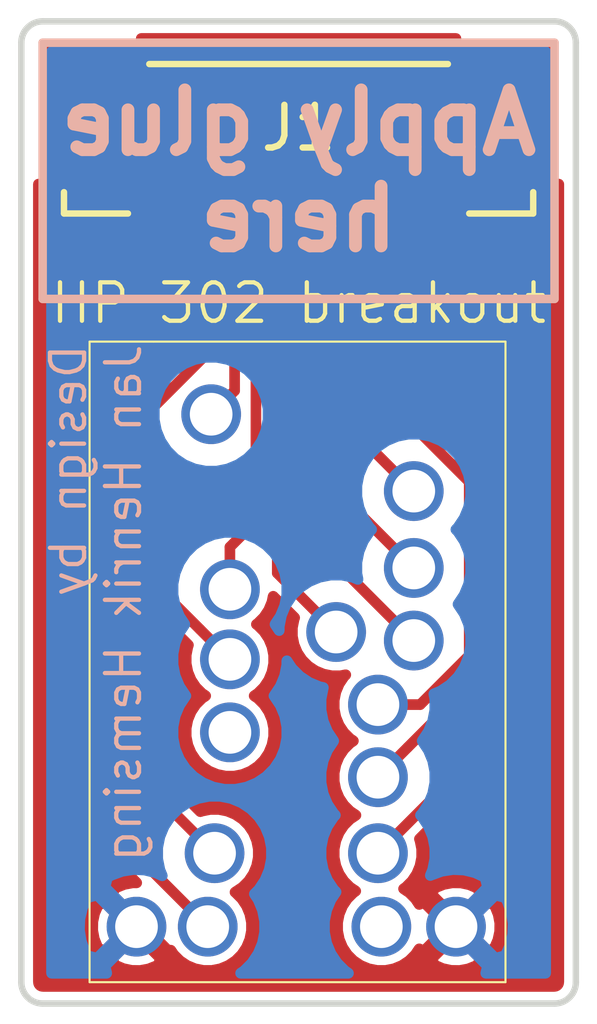
<source format=kicad_pcb>
(kicad_pcb (version 20171130) (host pcbnew "(6.0.0-rc1-dev-1-g01c5bdfb8)")

  (general
    (thickness 1.6)
    (drawings 15)
    (tracks 41)
    (zones 0)
    (modules 2)
    (nets 18)
  )

  (page A4)
  (layers
    (0 F.Cu signal)
    (31 B.Cu signal)
    (32 B.Adhes user)
    (33 F.Adhes user)
    (34 B.Paste user)
    (35 F.Paste user)
    (36 B.SilkS user)
    (37 F.SilkS user)
    (38 B.Mask user)
    (39 F.Mask user hide)
    (40 Dwgs.User user)
    (41 Cmts.User user)
    (42 Eco1.User user)
    (43 Eco2.User user)
    (44 Edge.Cuts user)
    (45 Margin user)
    (46 B.CrtYd user)
    (47 F.CrtYd user)
    (48 B.Fab user hide)
    (49 F.Fab user hide)
  )

  (setup
    (last_trace_width 0.25)
    (user_trace_width 0.4)
    (trace_clearance 0.2)
    (zone_clearance 0.2)
    (zone_45_only yes)
    (trace_min 0.2)
    (segment_width 0.2)
    (edge_width 0.15)
    (via_size 0.8)
    (via_drill 0.4)
    (via_min_size 0.4)
    (via_min_drill 0.3)
    (uvia_size 0.3)
    (uvia_drill 0.1)
    (uvias_allowed no)
    (uvia_min_size 0.2)
    (uvia_min_drill 0.1)
    (pcb_text_width 0.3)
    (pcb_text_size 1.5 1.5)
    (mod_edge_width 0.15)
    (mod_text_size 1 1)
    (mod_text_width 0.15)
    (pad_size 1.524 1.524)
    (pad_drill 0.762)
    (pad_to_mask_clearance 0.2)
    (aux_axis_origin 0 0)
    (visible_elements FFFFFF7F)
    (pcbplotparams
      (layerselection 0x010fc_ffffffff)
      (usegerberextensions true)
      (usegerberattributes true)
      (usegerberadvancedattributes false)
      (creategerberjobfile false)
      (excludeedgelayer false)
      (linewidth 0.100000)
      (plotframeref false)
      (viasonmask false)
      (mode 1)
      (useauxorigin false)
      (hpglpennumber 1)
      (hpglpenspeed 20)
      (hpglpendiameter 15.000000)
      (psnegative false)
      (psa4output false)
      (plotreference true)
      (plotvalue true)
      (plotinvisibletext false)
      (padsonsilk false)
      (subtractmaskfromsilk false)
      (outputformat 1)
      (mirror false)
      (drillshape 0)
      (scaleselection 1)
      (outputdirectory "gerber/"))
  )

  (net 0 "")
  (net 1 GND)
  (net 2 F3_HV)
  (net 3 D2)
  (net 4 D1)
  (net 5 S3)
  (net 6 DCLK_HV)
  (net 7 F5_HV)
  (net 8 CSYNC_HV)
  (net 9 D3)
  (net 10 S5)
  (net 11 S1)
  (net 12 S4)
  (net 13 S2)
  (net 14 "Net-(U1-PadTS)")
  (net 15 "Net-(U1-PadID)")
  (net 16 "Net-(J1-Pad2)")
  (net 17 "Net-(J1-Pad13)")

  (net_class Default "This is the default net class."
    (clearance 0.2)
    (trace_width 0.25)
    (via_dia 0.8)
    (via_drill 0.4)
    (uvia_dia 0.3)
    (uvia_drill 0.1)
    (add_net CSYNC_HV)
    (add_net D1)
    (add_net D2)
    (add_net D3)
    (add_net DCLK_HV)
    (add_net F3_HV)
    (add_net F5_HV)
    (add_net GND)
    (add_net "Net-(J1-Pad13)")
    (add_net "Net-(J1-Pad2)")
    (add_net "Net-(U1-PadID)")
    (add_net "Net-(U1-PadTS)")
    (add_net S1)
    (add_net S2)
    (add_net S3)
    (add_net S4)
    (add_net S5)
  )

  (module otter:C302_Printhead (layer F.Cu) (tedit 5C754DA4) (tstamp 5C8B9C19)
    (at 100.1 100)
    (path /5C7546DF)
    (fp_text reference U1 (at 1.5 -6.5) (layer F.SilkS) hide
      (effects (font (size 1 1) (thickness 0.15)))
    )
    (fp_text value C302_Printhead (at 0 -8.25) (layer F.Fab)
      (effects (font (size 1 1) (thickness 0.15)))
    )
    (fp_line (start -5 -7.5) (end -5 7.5) (layer F.SilkS) (width 0.05))
    (fp_line (start -3.5 -7.5) (end -5 -7.5) (layer F.SilkS) (width 0.05))
    (fp_line (start 4.75 -7.5) (end -3.5 -7.5) (layer F.SilkS) (width 0.05))
    (fp_line (start 4.75 7.5) (end 4.75 -7.5) (layer F.SilkS) (width 0.05))
    (fp_line (start -5 7.5) (end 4.75 7.5) (layer F.SilkS) (width 0.05))
    (pad GND thru_hole circle (at 3.59 6.2) (size 1.4 1.4) (drill 1) (layers *.Cu *.Mask)
      (net 1 GND))
    (pad ID thru_hole circle (at 1.84 6.2) (size 1.4 1.4) (drill 1) (layers *.Cu *.Mask)
      (net 15 "Net-(U1-PadID)"))
    (pad S2 thru_hole circle (at 1.76 4.48) (size 1.4 1.4) (drill 1) (layers *.Cu *.Mask)
      (net 13 S2))
    (pad S4 thru_hole circle (at 1.76 2.7) (size 1.4 1.4) (drill 1) (layers *.Cu *.Mask)
      (net 12 S4))
    (pad S1 thru_hole circle (at 1.76 1) (size 1.4 1.4) (drill 1) (layers *.Cu *.Mask)
      (net 11 S1))
    (pad PWRB thru_hole circle (at 0.78 -0.7) (size 1.4 1.4) (drill 1) (layers *.Cu *.Mask)
      (net 7 F5_HV))
    (pad CSYNC thru_hole circle (at 2.6 -0.5) (size 1.4 1.4) (drill 1) (layers *.Cu *.Mask)
      (net 8 CSYNC_HV))
    (pad D3 thru_hole circle (at 2.6 -2.2) (size 1.4 1.4) (drill 1) (layers *.Cu *.Mask)
      (net 9 D3))
    (pad S5 thru_hole circle (at 2.6 -4) (size 1.4 1.4) (drill 1) (layers *.Cu *.Mask)
      (net 10 S5))
    (pad S3 thru_hole circle (at -2.15 -5.8) (size 1.4 1.4) (drill 1) (layers *.Cu *.Mask)
      (net 5 S3))
    (pad DCLK thru_hole circle (at -1.71 -1.7) (size 1.4 1.4) (drill 1) (layers *.Cu *.Mask)
      (net 6 DCLK_HV))
    (pad D1 thru_hole circle (at -1.71 -0.06) (size 1.4 1.4) (drill 1) (layers *.Cu *.Mask)
      (net 4 D1))
    (pad TS thru_hole circle (at -1.71 1.65) (size 1.4 1.4) (drill 1) (layers *.Cu *.Mask)
      (net 14 "Net-(U1-PadTS)"))
    (pad D2 thru_hole circle (at -2.07 4.48) (size 1.4 1.4) (drill 1) (layers *.Cu *.Mask)
      (net 3 D2))
    (pad PWRA thru_hole circle (at -2.23 6.2) (size 1.4 1.4) (drill 1) (layers *.Cu *.Mask)
      (net 2 F3_HV))
    (pad GND thru_hole circle (at -3.9 6.2) (size 1.4 1.4) (drill 1) (layers *.Cu *.Mask)
      (net 1 GND))
  )

  (module otter:Generic_FPC_0.5mm_15pin (layer F.Cu) (tedit 5C754A8C) (tstamp 5C8B9C00)
    (at 100 88 180)
    (path /5C754E31)
    (fp_text reference J1 (at 0 0.5 180) (layer F.SilkS)
      (effects (font (size 1 1) (thickness 0.15)))
    )
    (fp_text value Conn_01x16 (at 0 -4.5 180) (layer F.Fab)
      (effects (font (size 1 1) (thickness 0.15)))
    )
    (fp_line (start -3.5 2) (end 3.5 2) (layer F.SilkS) (width 0.15))
    (fp_line (start -5.5 -1.5) (end -5.5 -1) (layer F.SilkS) (width 0.15))
    (fp_line (start -4 -1.5) (end -5.5 -1.5) (layer F.SilkS) (width 0.15))
    (fp_line (start 5.5 -1.5) (end 5.5 -1) (layer F.SilkS) (width 0.15))
    (fp_line (start 4 -1.5) (end 5.5 -1.5) (layer F.SilkS) (width 0.15))
    (pad MP smd rect (at 5 1 180) (size 2 3) (layers F.Cu F.Paste F.Mask))
    (pad MP smd rect (at -5 1 180) (size 2 3) (layers F.Cu F.Paste F.Mask))
    (pad 15 smd rect (at 3.5 -1.5 180) (size 0.3 1.45) (layers F.Cu F.Paste F.Mask)
      (net 2 F3_HV))
    (pad 14 smd rect (at 3 -1.5 180) (size 0.3 1.45) (layers F.Cu F.Paste F.Mask)
      (net 3 D2))
    (pad 13 smd rect (at 2.5 -1.5 180) (size 0.3 1.45) (layers F.Cu F.Paste F.Mask)
      (net 17 "Net-(J1-Pad13)"))
    (pad 12 smd rect (at 2 -1.5 180) (size 0.3 1.45) (layers F.Cu F.Paste F.Mask)
      (net 4 D1))
    (pad 11 smd rect (at 1.5 -1.5 180) (size 0.3 1.45) (layers F.Cu F.Paste F.Mask)
      (net 5 S3))
    (pad 10 smd rect (at 1 -1.5 180) (size 0.3 1.45) (layers F.Cu F.Paste F.Mask)
      (net 6 DCLK_HV))
    (pad 9 smd rect (at 0.5 -1.5 180) (size 0.3 1.45) (layers F.Cu F.Paste F.Mask)
      (net 7 F5_HV))
    (pad 8 smd rect (at 0 -1.5) (size 0.3 1.45) (layers F.Cu F.Paste F.Mask)
      (net 8 CSYNC_HV))
    (pad 7 smd rect (at -0.5 -1.5 180) (size 0.3 1.45) (layers F.Cu F.Paste F.Mask)
      (net 9 D3))
    (pad 6 smd rect (at -1 -1.5 180) (size 0.3 1.45) (layers F.Cu F.Paste F.Mask)
      (net 10 S5))
    (pad 5 smd rect (at -1.5 -1.5 180) (size 0.3 1.45) (layers F.Cu F.Paste F.Mask)
      (net 11 S1))
    (pad 4 smd rect (at -2 -1.5 180) (size 0.3 1.45) (layers F.Cu F.Paste F.Mask)
      (net 12 S4))
    (pad 3 smd rect (at -2.5 -1.5 180) (size 0.3 1.45) (layers F.Cu F.Paste F.Mask)
      (net 13 S2))
    (pad 2 smd rect (at -3 -1.5 180) (size 0.3 1.45) (layers F.Cu F.Paste F.Mask)
      (net 16 "Net-(J1-Pad2)"))
    (pad 1 smd rect (at -3.5 -1.5 180) (size 0.3 1.45) (layers F.Cu F.Paste F.Mask)
      (net 1 GND))
  )

  (gr_text "Design by \nJan Henrik Hemsing" (at 95.25 92.5 90) (layer B.SilkS)
    (effects (font (size 0.8 0.8) (thickness 0.1)) (justify left mirror))
  )
  (gr_line (start 94 91.5) (end 94 85.5) (layer B.SilkS) (width 0.2))
  (gr_line (start 106 91.5) (end 94 91.5) (layer B.SilkS) (width 0.2))
  (gr_line (start 106 85.5) (end 106 91.5) (layer B.SilkS) (width 0.2))
  (gr_line (start 94 85.5) (end 106 85.5) (layer B.SilkS) (width 0.2))
  (gr_text "HP 302 breakout" (at 100 91.6) (layer F.SilkS)
    (effects (font (size 0.9 0.9) (thickness 0.1)))
  )
  (gr_text "Apply glue\nhere" (at 100 88.5) (layer B.SilkS)
    (effects (font (size 1.4 1.4) (thickness 0.3)) (justify mirror))
  )
  (gr_arc (start 94 85.5) (end 94 85) (angle -90) (layer Edge.Cuts) (width 0.15))
  (gr_arc (start 106 85.5) (end 106.5 85.5) (angle -90) (layer Edge.Cuts) (width 0.15))
  (gr_arc (start 106 107.5) (end 106 108) (angle -90) (layer Edge.Cuts) (width 0.15))
  (gr_arc (start 94 107.5) (end 93.5 107.5) (angle -90) (layer Edge.Cuts) (width 0.15))
  (gr_line (start 93.5 107.5) (end 93.5 85.5) (layer Edge.Cuts) (width 0.15))
  (gr_line (start 106 108) (end 94 108) (layer Edge.Cuts) (width 0.15))
  (gr_line (start 106.5 85.5) (end 106.5 107.5) (layer Edge.Cuts) (width 0.15))
  (gr_line (start 94 85) (end 106 85) (layer Edge.Cuts) (width 0.15))

  (segment (start 96.5 92.860178) (end 95.5 93.860178) (width 0.25) (layer F.Cu) (net 2))
  (segment (start 96.5 89.5) (end 96.5 92.860178) (width 0.25) (layer F.Cu) (net 2))
  (segment (start 95.5 103.83) (end 97.87 106.2) (width 0.25) (layer F.Cu) (net 2))
  (segment (start 95.5 93.860178) (end 95.5 103.83) (width 0.25) (layer F.Cu) (net 2))
  (segment (start 97 92.996588) (end 96 93.996588) (width 0.25) (layer F.Cu) (net 3))
  (segment (start 97 89.5) (end 97 92.996588) (width 0.25) (layer F.Cu) (net 3))
  (segment (start 96 102.45) (end 98.03 104.48) (width 0.25) (layer F.Cu) (net 3))
  (segment (start 96 93.996588) (end 96 102.45) (width 0.25) (layer F.Cu) (net 3))
  (segment (start 96.5 94.132998) (end 96.5 98.05) (width 0.25) (layer F.Cu) (net 4))
  (segment (start 96.5 98.05) (end 97.690001 99.240001) (width 0.25) (layer F.Cu) (net 4))
  (segment (start 97.690001 99.240001) (end 98.39 99.94) (width 0.25) (layer F.Cu) (net 4))
  (segment (start 98 92.632998) (end 96.5 94.132998) (width 0.25) (layer F.Cu) (net 4))
  (segment (start 98 89.5) (end 98 92.632998) (width 0.25) (layer F.Cu) (net 4))
  (segment (start 98.5 93.65) (end 97.95 94.2) (width 0.25) (layer F.Cu) (net 5))
  (segment (start 98.5 89.5) (end 98.5 93.65) (width 0.25) (layer F.Cu) (net 5))
  (segment (start 99 96.700051) (end 99 90.475) (width 0.25) (layer F.Cu) (net 6))
  (segment (start 98.39 98.3) (end 98.39 97.310051) (width 0.25) (layer F.Cu) (net 6))
  (segment (start 98.39 97.310051) (end 99 96.700051) (width 0.25) (layer F.Cu) (net 6))
  (segment (start 99 90.475) (end 99 89.5) (width 0.25) (layer F.Cu) (net 6))
  (segment (start 99.5 97.92) (end 100.88 99.3) (width 0.25) (layer F.Cu) (net 7))
  (segment (start 99.5 89.5) (end 99.5 97.92) (width 0.25) (layer F.Cu) (net 7))
  (segment (start 100 96.8) (end 102.7 99.5) (width 0.25) (layer F.Cu) (net 8))
  (segment (start 100 89.5) (end 100 96.8) (width 0.25) (layer F.Cu) (net 8))
  (segment (start 100.5 95.6) (end 102.7 97.8) (width 0.25) (layer F.Cu) (net 9))
  (segment (start 100.5 89.5) (end 100.5 95.6) (width 0.25) (layer F.Cu) (net 9))
  (segment (start 101 94.3) (end 102.7 96) (width 0.25) (layer F.Cu) (net 10))
  (segment (start 101 89.5) (end 101 94.3) (width 0.25) (layer F.Cu) (net 10))
  (segment (start 104 95.782997) (end 104 99.849949) (width 0.25) (layer F.Cu) (net 11))
  (segment (start 104 99.849949) (end 102.849949 101) (width 0.25) (layer F.Cu) (net 11))
  (segment (start 101.5 93.282997) (end 104 95.782997) (width 0.25) (layer F.Cu) (net 11))
  (segment (start 101.5 89.5) (end 101.5 93.282997) (width 0.25) (layer F.Cu) (net 11))
  (segment (start 102.849949 101) (end 101.86 101) (width 0.25) (layer F.Cu) (net 11))
  (segment (start 102 89.5) (end 102 93.146586) (width 0.25) (layer F.Cu) (net 12))
  (segment (start 104.5 95.646586) (end 104.5 100.06) (width 0.25) (layer F.Cu) (net 12))
  (segment (start 102.559999 102.000001) (end 101.86 102.7) (width 0.25) (layer F.Cu) (net 12))
  (segment (start 102 93.146586) (end 104.5 95.646586) (width 0.25) (layer F.Cu) (net 12))
  (segment (start 104.5 100.06) (end 102.559999 102.000001) (width 0.25) (layer F.Cu) (net 12))
  (segment (start 105 101.34) (end 101.86 104.48) (width 0.25) (layer F.Cu) (net 13))
  (segment (start 105 95.510176) (end 105 101.34) (width 0.25) (layer F.Cu) (net 13))
  (segment (start 102.5 89.5) (end 102.5 93.010176) (width 0.25) (layer F.Cu) (net 13))
  (segment (start 102.5 93.010176) (end 105 95.510176) (width 0.25) (layer F.Cu) (net 13))

  (zone (net 1) (net_name GND) (layer F.Cu) (tstamp 5C8BC939) (hatch edge 0.508)
    (connect_pads (clearance 0.2))
    (min_thickness 0.254)
    (fill yes (arc_segments 32) (thermal_gap 0.2) (thermal_bridge_width 0.508) (smoothing fillet))
    (polygon
      (pts
        (xy 93 108) (xy 93.5 108.5) (xy 106.5 108.5) (xy 107 108) (xy 107 85)
        (xy 106.5 84.5) (xy 93.5 84.5) (xy 93 85)
      )
    )
    (filled_polygon
      (pts
        (xy 103.677732 85.435897) (xy 103.671418 85.5) (xy 103.671418 88.448) (xy 103.65675 88.448) (xy 103.575 88.52975)
        (xy 103.575 89.373) (xy 103.89525 89.373) (xy 103.977 89.29125) (xy 103.977 88.826317) (xy 104 88.828582)
        (xy 106 88.828582) (xy 106.064103 88.822268) (xy 106.098 88.811986) (xy 106.098001 107.480325) (xy 106.094242 107.518663)
        (xy 106.088824 107.536609) (xy 106.080021 107.553166) (xy 106.068171 107.567695) (xy 106.053722 107.579648) (xy 106.037227 107.588567)
        (xy 106.019319 107.59411) (xy 105.982308 107.598) (xy 94.019665 107.598) (xy 93.981337 107.594242) (xy 93.963391 107.588824)
        (xy 93.946834 107.580021) (xy 93.932305 107.568171) (xy 93.920352 107.553722) (xy 93.911433 107.537227) (xy 93.90589 107.519319)
        (xy 93.902 107.482308) (xy 93.902 106.955681) (xy 95.623924 106.955681) (xy 95.70078 107.103183) (xy 95.886575 107.183222)
        (xy 96.084415 107.225476) (xy 96.286696 107.228321) (xy 96.485646 107.191648) (xy 96.673618 107.116866) (xy 96.69922 107.103183)
        (xy 96.776076 106.955681) (xy 96.2 106.379605) (xy 95.623924 106.955681) (xy 93.902 106.955681) (xy 93.902 106.286696)
        (xy 95.171679 106.286696) (xy 95.208352 106.485646) (xy 95.283134 106.673618) (xy 95.296817 106.69922) (xy 95.444319 106.776076)
        (xy 96.020395 106.2) (xy 95.444319 105.623924) (xy 95.296817 105.70078) (xy 95.216778 105.886575) (xy 95.174524 106.084415)
        (xy 95.171679 106.286696) (xy 93.902 106.286696) (xy 93.902 88.811986) (xy 93.935897 88.822268) (xy 94 88.828582)
        (xy 96 88.828582) (xy 96.021418 88.826472) (xy 96.021418 90.225) (xy 96.027732 90.289103) (xy 96.04643 90.350743)
        (xy 96.048 90.353681) (xy 96.048001 92.672953) (xy 95.1961 93.524855) (xy 95.178841 93.539019) (xy 95.122357 93.607846)
        (xy 95.084426 93.678811) (xy 95.080386 93.686369) (xy 95.05454 93.771571) (xy 95.045813 93.860178) (xy 95.048 93.882383)
        (xy 95.048001 103.807785) (xy 95.045813 103.83) (xy 95.05454 103.918607) (xy 95.080386 104.003809) (xy 95.080387 104.00381)
        (xy 95.122358 104.082333) (xy 95.178842 104.151159) (xy 95.196096 104.165319) (xy 96.203727 105.172951) (xy 96.113304 105.171679)
        (xy 95.914354 105.208352) (xy 95.726382 105.283134) (xy 95.70078 105.296817) (xy 95.623924 105.444319) (xy 96.2 106.020395)
        (xy 96.214143 106.006253) (xy 96.393748 106.185858) (xy 96.379605 106.2) (xy 96.955681 106.776076) (xy 97.003212 106.75131)
        (xy 97.072277 106.854674) (xy 97.215326 106.997723) (xy 97.383533 107.110115) (xy 97.570435 107.187533) (xy 97.768849 107.227)
        (xy 97.971151 107.227) (xy 98.169565 107.187533) (xy 98.356467 107.110115) (xy 98.524674 106.997723) (xy 98.667723 106.854674)
        (xy 98.780115 106.686467) (xy 98.857533 106.499565) (xy 98.897 106.301151) (xy 98.897 106.098849) (xy 98.857533 105.900435)
        (xy 98.780115 105.713533) (xy 98.667723 105.545326) (xy 98.524674 105.402277) (xy 98.510297 105.392671) (xy 98.516467 105.390115)
        (xy 98.684674 105.277723) (xy 98.827723 105.134674) (xy 98.940115 104.966467) (xy 99.017533 104.779565) (xy 99.057 104.581151)
        (xy 99.057 104.378849) (xy 99.017533 104.180435) (xy 98.940115 103.993533) (xy 98.827723 103.825326) (xy 98.684674 103.682277)
        (xy 98.516467 103.569885) (xy 98.329565 103.492467) (xy 98.131151 103.453) (xy 97.928849 103.453) (xy 97.730435 103.492467)
        (xy 97.695968 103.506744) (xy 96.452 102.262777) (xy 96.452 98.641223) (xy 97.38609 99.575314) (xy 97.386095 99.575318)
        (xy 97.416744 99.605967) (xy 97.402467 99.640435) (xy 97.363 99.838849) (xy 97.363 100.041151) (xy 97.402467 100.239565)
        (xy 97.479885 100.426467) (xy 97.592277 100.594674) (xy 97.735326 100.737723) (xy 97.821047 100.795) (xy 97.735326 100.852277)
        (xy 97.592277 100.995326) (xy 97.479885 101.163533) (xy 97.402467 101.350435) (xy 97.363 101.548849) (xy 97.363 101.751151)
        (xy 97.402467 101.949565) (xy 97.479885 102.136467) (xy 97.592277 102.304674) (xy 97.735326 102.447723) (xy 97.903533 102.560115)
        (xy 98.090435 102.637533) (xy 98.288849 102.677) (xy 98.491151 102.677) (xy 98.689565 102.637533) (xy 98.876467 102.560115)
        (xy 99.044674 102.447723) (xy 99.187723 102.304674) (xy 99.300115 102.136467) (xy 99.377533 101.949565) (xy 99.417 101.751151)
        (xy 99.417 101.548849) (xy 99.377533 101.350435) (xy 99.300115 101.163533) (xy 99.187723 100.995326) (xy 99.044674 100.852277)
        (xy 98.958953 100.795) (xy 99.044674 100.737723) (xy 99.187723 100.594674) (xy 99.300115 100.426467) (xy 99.377533 100.239565)
        (xy 99.417 100.041151) (xy 99.417 99.838849) (xy 99.377533 99.640435) (xy 99.300115 99.453533) (xy 99.187723 99.285326)
        (xy 99.044674 99.142277) (xy 99.011334 99.12) (xy 99.044674 99.097723) (xy 99.187723 98.954674) (xy 99.300115 98.786467)
        (xy 99.377533 98.599565) (xy 99.404545 98.463768) (xy 99.906744 98.965968) (xy 99.892467 99.000435) (xy 99.853 99.198849)
        (xy 99.853 99.401151) (xy 99.892467 99.599565) (xy 99.969885 99.786467) (xy 100.082277 99.954674) (xy 100.225326 100.097723)
        (xy 100.393533 100.210115) (xy 100.580435 100.287533) (xy 100.778849 100.327) (xy 100.981151 100.327) (xy 101.105297 100.302306)
        (xy 101.062277 100.345326) (xy 100.949885 100.513533) (xy 100.872467 100.700435) (xy 100.833 100.898849) (xy 100.833 101.101151)
        (xy 100.872467 101.299565) (xy 100.949885 101.486467) (xy 101.062277 101.654674) (xy 101.205326 101.797723) (xy 101.283564 101.85)
        (xy 101.205326 101.902277) (xy 101.062277 102.045326) (xy 100.949885 102.213533) (xy 100.872467 102.400435) (xy 100.833 102.598849)
        (xy 100.833 102.801151) (xy 100.872467 102.999565) (xy 100.949885 103.186467) (xy 101.062277 103.354674) (xy 101.205326 103.497723)
        (xy 101.343429 103.59) (xy 101.205326 103.682277) (xy 101.062277 103.825326) (xy 100.949885 103.993533) (xy 100.872467 104.180435)
        (xy 100.833 104.378849) (xy 100.833 104.581151) (xy 100.872467 104.779565) (xy 100.949885 104.966467) (xy 101.062277 105.134674)
        (xy 101.205326 105.277723) (xy 101.33853 105.366727) (xy 101.285326 105.402277) (xy 101.142277 105.545326) (xy 101.029885 105.713533)
        (xy 100.952467 105.900435) (xy 100.913 106.098849) (xy 100.913 106.301151) (xy 100.952467 106.499565) (xy 101.029885 106.686467)
        (xy 101.142277 106.854674) (xy 101.285326 106.997723) (xy 101.453533 107.110115) (xy 101.640435 107.187533) (xy 101.838849 107.227)
        (xy 102.041151 107.227) (xy 102.239565 107.187533) (xy 102.426467 107.110115) (xy 102.594674 106.997723) (xy 102.636716 106.955681)
        (xy 103.113924 106.955681) (xy 103.19078 107.103183) (xy 103.376575 107.183222) (xy 103.574415 107.225476) (xy 103.776696 107.228321)
        (xy 103.975646 107.191648) (xy 104.163618 107.116866) (xy 104.18922 107.103183) (xy 104.266076 106.955681) (xy 103.69 106.379605)
        (xy 103.113924 106.955681) (xy 102.636716 106.955681) (xy 102.737723 106.854674) (xy 102.827448 106.720391) (xy 102.934319 106.776076)
        (xy 103.510395 106.2) (xy 103.869605 106.2) (xy 104.445681 106.776076) (xy 104.593183 106.69922) (xy 104.673222 106.513425)
        (xy 104.715476 106.315585) (xy 104.718321 106.113304) (xy 104.681648 105.914354) (xy 104.606866 105.726382) (xy 104.593183 105.70078)
        (xy 104.445681 105.623924) (xy 103.869605 106.2) (xy 103.510395 106.2) (xy 102.934319 105.623924) (xy 102.827448 105.679609)
        (xy 102.737723 105.545326) (xy 102.636716 105.444319) (xy 103.113924 105.444319) (xy 103.69 106.020395) (xy 104.266076 105.444319)
        (xy 104.18922 105.296817) (xy 104.003425 105.216778) (xy 103.805585 105.174524) (xy 103.603304 105.171679) (xy 103.404354 105.208352)
        (xy 103.216382 105.283134) (xy 103.19078 105.296817) (xy 103.113924 105.444319) (xy 102.636716 105.444319) (xy 102.594674 105.402277)
        (xy 102.46147 105.313273) (xy 102.514674 105.277723) (xy 102.657723 105.134674) (xy 102.770115 104.966467) (xy 102.847533 104.779565)
        (xy 102.887 104.581151) (xy 102.887 104.378849) (xy 102.847533 104.180435) (xy 102.833256 104.145967) (xy 105.303905 101.675319)
        (xy 105.321159 101.661159) (xy 105.377643 101.592333) (xy 105.419614 101.51381) (xy 105.427908 101.486467) (xy 105.44546 101.428608)
        (xy 105.454187 101.34) (xy 105.452 101.317795) (xy 105.452 95.532381) (xy 105.454187 95.510176) (xy 105.44546 95.421568)
        (xy 105.419614 95.336366) (xy 105.381301 95.264687) (xy 105.377643 95.257843) (xy 105.321159 95.189017) (xy 105.303906 95.174858)
        (xy 102.952 92.822953) (xy 102.952 90.553582) (xy 103.15 90.553582) (xy 103.214103 90.547268) (xy 103.248408 90.536862)
        (xy 103.254617 90.539434) (xy 103.317793 90.552) (xy 103.34325 90.552) (xy 103.425 90.47025) (xy 103.425 90.404194)
        (xy 103.45357 90.350743) (xy 103.472268 90.289103) (xy 103.478582 90.225) (xy 103.478582 89.627) (xy 103.575 89.627)
        (xy 103.575 90.47025) (xy 103.65675 90.552) (xy 103.682207 90.552) (xy 103.745383 90.539434) (xy 103.804893 90.514784)
        (xy 103.858451 90.478997) (xy 103.903998 90.43345) (xy 103.939784 90.379892) (xy 103.964434 90.320382) (xy 103.977 90.257206)
        (xy 103.977 89.70875) (xy 103.89525 89.627) (xy 103.575 89.627) (xy 103.478582 89.627) (xy 103.478582 88.775)
        (xy 103.472268 88.710897) (xy 103.45357 88.649257) (xy 103.425 88.595806) (xy 103.425 88.52975) (xy 103.34325 88.448)
        (xy 103.317793 88.448) (xy 103.254617 88.460566) (xy 103.248408 88.463138) (xy 103.214103 88.452732) (xy 103.15 88.446418)
        (xy 102.85 88.446418) (xy 102.785897 88.452732) (xy 102.75 88.463621) (xy 102.714103 88.452732) (xy 102.65 88.446418)
        (xy 102.35 88.446418) (xy 102.285897 88.452732) (xy 102.25 88.463621) (xy 102.214103 88.452732) (xy 102.15 88.446418)
        (xy 101.85 88.446418) (xy 101.785897 88.452732) (xy 101.75 88.463621) (xy 101.714103 88.452732) (xy 101.65 88.446418)
        (xy 101.35 88.446418) (xy 101.285897 88.452732) (xy 101.25 88.463621) (xy 101.214103 88.452732) (xy 101.15 88.446418)
        (xy 100.85 88.446418) (xy 100.785897 88.452732) (xy 100.75 88.463621) (xy 100.714103 88.452732) (xy 100.65 88.446418)
        (xy 100.35 88.446418) (xy 100.285897 88.452732) (xy 100.25 88.463621) (xy 100.214103 88.452732) (xy 100.15 88.446418)
        (xy 99.85 88.446418) (xy 99.785897 88.452732) (xy 99.75 88.463621) (xy 99.714103 88.452732) (xy 99.65 88.446418)
        (xy 99.35 88.446418) (xy 99.285897 88.452732) (xy 99.25 88.463621) (xy 99.214103 88.452732) (xy 99.15 88.446418)
        (xy 98.85 88.446418) (xy 98.785897 88.452732) (xy 98.75 88.463621) (xy 98.714103 88.452732) (xy 98.65 88.446418)
        (xy 98.35 88.446418) (xy 98.285897 88.452732) (xy 98.25 88.463621) (xy 98.214103 88.452732) (xy 98.15 88.446418)
        (xy 97.85 88.446418) (xy 97.785897 88.452732) (xy 97.75 88.463621) (xy 97.714103 88.452732) (xy 97.65 88.446418)
        (xy 97.35 88.446418) (xy 97.285897 88.452732) (xy 97.25 88.463621) (xy 97.214103 88.452732) (xy 97.15 88.446418)
        (xy 96.85 88.446418) (xy 96.785897 88.452732) (xy 96.75 88.463621) (xy 96.714103 88.452732) (xy 96.65 88.446418)
        (xy 96.35 88.446418) (xy 96.328582 88.448528) (xy 96.328582 85.5) (xy 96.322268 85.435897) (xy 96.311986 85.402)
        (xy 103.688014 85.402)
      )
    )
  )
  (zone (net 1) (net_name GND) (layer B.Cu) (tstamp 5C8BC936) (hatch edge 0.508)
    (connect_pads (clearance 0.508))
    (min_thickness 0.254)
    (fill yes (arc_segments 32) (thermal_gap 0.508) (thermal_bridge_width 0.508) (smoothing fillet))
    (polygon
      (pts
        (xy 93 108) (xy 93.5 108.5) (xy 106.5 108.5) (xy 107 108) (xy 107 85)
        (xy 106.5 84.5) (xy 93.5 84.5) (xy 93 85)
      )
    )
    (filled_polygon
      (pts
        (xy 105.790001 107.29) (xy 104.388746 107.29) (xy 104.431664 107.121269) (xy 103.69 106.379605) (xy 103.675858 106.393748)
        (xy 103.496253 106.214143) (xy 103.510395 106.2) (xy 103.869605 106.2) (xy 104.611269 106.941664) (xy 104.845037 106.882203)
        (xy 104.955934 106.643758) (xy 105.018183 106.38826) (xy 105.02939 106.125527) (xy 104.989125 105.865656) (xy 104.898935 105.618634)
        (xy 104.845037 105.517797) (xy 104.611269 105.458336) (xy 103.869605 106.2) (xy 103.510395 106.2) (xy 103.496253 106.185858)
        (xy 103.675858 106.006253) (xy 103.69 106.020395) (xy 104.431664 105.278731) (xy 104.372203 105.044963) (xy 104.133758 104.934066)
        (xy 103.87826 104.871817) (xy 103.615527 104.86061) (xy 103.355656 104.900875) (xy 103.108634 104.991065) (xy 103.088943 105.00159)
        (xy 103.143696 104.869405) (xy 103.195 104.611486) (xy 103.195 104.348514) (xy 103.143696 104.090595) (xy 103.043061 103.847641)
        (xy 102.896962 103.628987) (xy 102.857975 103.59) (xy 102.896962 103.551013) (xy 103.043061 103.332359) (xy 103.143696 103.089405)
        (xy 103.195 102.831486) (xy 103.195 102.568514) (xy 103.143696 102.310595) (xy 103.043061 102.067641) (xy 102.897639 101.85)
        (xy 103.043061 101.632359) (xy 103.143696 101.389405) (xy 103.195 101.131486) (xy 103.195 100.868514) (xy 103.171375 100.749743)
        (xy 103.332359 100.683061) (xy 103.551013 100.536962) (xy 103.736962 100.351013) (xy 103.883061 100.132359) (xy 103.983696 99.889405)
        (xy 104.035 99.631486) (xy 104.035 99.368514) (xy 103.983696 99.110595) (xy 103.883061 98.867641) (xy 103.737639 98.65)
        (xy 103.883061 98.432359) (xy 103.983696 98.189405) (xy 104.035 97.931486) (xy 104.035 97.668514) (xy 103.983696 97.410595)
        (xy 103.883061 97.167641) (xy 103.736962 96.948987) (xy 103.687975 96.9) (xy 103.736962 96.851013) (xy 103.883061 96.632359)
        (xy 103.983696 96.389405) (xy 104.035 96.131486) (xy 104.035 95.868514) (xy 103.983696 95.610595) (xy 103.883061 95.367641)
        (xy 103.736962 95.148987) (xy 103.551013 94.963038) (xy 103.332359 94.816939) (xy 103.089405 94.716304) (xy 102.831486 94.665)
        (xy 102.568514 94.665) (xy 102.310595 94.716304) (xy 102.067641 94.816939) (xy 101.848987 94.963038) (xy 101.663038 95.148987)
        (xy 101.516939 95.367641) (xy 101.416304 95.610595) (xy 101.365 95.868514) (xy 101.365 96.131486) (xy 101.416304 96.389405)
        (xy 101.516939 96.632359) (xy 101.663038 96.851013) (xy 101.712025 96.9) (xy 101.663038 96.948987) (xy 101.516939 97.167641)
        (xy 101.416304 97.410595) (xy 101.365 97.668514) (xy 101.365 97.931486) (xy 101.39197 98.067072) (xy 101.269405 98.016304)
        (xy 101.011486 97.965) (xy 100.748514 97.965) (xy 100.490595 98.016304) (xy 100.247641 98.116939) (xy 100.028987 98.263038)
        (xy 99.843038 98.448987) (xy 99.696939 98.667641) (xy 99.596304 98.910595) (xy 99.545 99.168514) (xy 99.545 99.265644)
        (xy 99.447684 99.12) (xy 99.573061 98.932359) (xy 99.673696 98.689405) (xy 99.725 98.431486) (xy 99.725 98.168514)
        (xy 99.673696 97.910595) (xy 99.573061 97.667641) (xy 99.426962 97.448987) (xy 99.241013 97.263038) (xy 99.022359 97.116939)
        (xy 98.779405 97.016304) (xy 98.521486 96.965) (xy 98.258514 96.965) (xy 98.000595 97.016304) (xy 97.757641 97.116939)
        (xy 97.538987 97.263038) (xy 97.353038 97.448987) (xy 97.206939 97.667641) (xy 97.106304 97.910595) (xy 97.055 98.168514)
        (xy 97.055 98.431486) (xy 97.106304 98.689405) (xy 97.206939 98.932359) (xy 97.332316 99.12) (xy 97.206939 99.307641)
        (xy 97.106304 99.550595) (xy 97.055 99.808514) (xy 97.055 100.071486) (xy 97.106304 100.329405) (xy 97.206939 100.572359)
        (xy 97.353038 100.791013) (xy 97.357025 100.795) (xy 97.353038 100.798987) (xy 97.206939 101.017641) (xy 97.106304 101.260595)
        (xy 97.055 101.518514) (xy 97.055 101.781486) (xy 97.106304 102.039405) (xy 97.206939 102.282359) (xy 97.353038 102.501013)
        (xy 97.538987 102.686962) (xy 97.757641 102.833061) (xy 98.000595 102.933696) (xy 98.258514 102.985) (xy 98.521486 102.985)
        (xy 98.779405 102.933696) (xy 99.022359 102.833061) (xy 99.241013 102.686962) (xy 99.426962 102.501013) (xy 99.573061 102.282359)
        (xy 99.673696 102.039405) (xy 99.725 101.781486) (xy 99.725 101.518514) (xy 99.673696 101.260595) (xy 99.573061 101.017641)
        (xy 99.426962 100.798987) (xy 99.422975 100.795) (xy 99.426962 100.791013) (xy 99.573061 100.572359) (xy 99.673696 100.329405)
        (xy 99.725 100.071486) (xy 99.725 99.974356) (xy 99.843038 100.151013) (xy 100.028987 100.336962) (xy 100.247641 100.483061)
        (xy 100.490595 100.583696) (xy 100.580074 100.601495) (xy 100.576304 100.610595) (xy 100.525 100.868514) (xy 100.525 101.131486)
        (xy 100.576304 101.389405) (xy 100.676939 101.632359) (xy 100.822361 101.85) (xy 100.676939 102.067641) (xy 100.576304 102.310595)
        (xy 100.525 102.568514) (xy 100.525 102.831486) (xy 100.576304 103.089405) (xy 100.676939 103.332359) (xy 100.823038 103.551013)
        (xy 100.862025 103.59) (xy 100.823038 103.628987) (xy 100.676939 103.847641) (xy 100.576304 104.090595) (xy 100.525 104.348514)
        (xy 100.525 104.611486) (xy 100.576304 104.869405) (xy 100.676939 105.112359) (xy 100.823038 105.331013) (xy 100.878194 105.386169)
        (xy 100.756939 105.567641) (xy 100.656304 105.810595) (xy 100.605 106.068514) (xy 100.605 106.331486) (xy 100.656304 106.589405)
        (xy 100.756939 106.832359) (xy 100.903038 107.051013) (xy 101.088987 107.236962) (xy 101.168364 107.29) (xy 98.641636 107.29)
        (xy 98.721013 107.236962) (xy 98.906962 107.051013) (xy 99.053061 106.832359) (xy 99.153696 106.589405) (xy 99.205 106.331486)
        (xy 99.205 106.068514) (xy 99.153696 105.810595) (xy 99.053061 105.567641) (xy 98.963849 105.434126) (xy 99.066962 105.331013)
        (xy 99.213061 105.112359) (xy 99.313696 104.869405) (xy 99.365 104.611486) (xy 99.365 104.348514) (xy 99.313696 104.090595)
        (xy 99.213061 103.847641) (xy 99.066962 103.628987) (xy 98.881013 103.443038) (xy 98.662359 103.296939) (xy 98.419405 103.196304)
        (xy 98.161486 103.145) (xy 97.898514 103.145) (xy 97.640595 103.196304) (xy 97.397641 103.296939) (xy 97.178987 103.443038)
        (xy 96.993038 103.628987) (xy 96.846939 103.847641) (xy 96.746304 104.090595) (xy 96.695 104.348514) (xy 96.695 104.611486)
        (xy 96.746304 104.869405) (xy 96.803947 105.008567) (xy 96.643758 104.934066) (xy 96.38826 104.871817) (xy 96.125527 104.86061)
        (xy 95.865656 104.900875) (xy 95.618634 104.991065) (xy 95.517797 105.044963) (xy 95.458336 105.278731) (xy 96.2 106.020395)
        (xy 96.214143 106.006253) (xy 96.393748 106.185858) (xy 96.379605 106.2) (xy 96.393748 106.214143) (xy 96.214143 106.393748)
        (xy 96.2 106.379605) (xy 95.458336 107.121269) (xy 95.501254 107.29) (xy 94.21 107.29) (xy 94.21 106.274473)
        (xy 94.86061 106.274473) (xy 94.900875 106.534344) (xy 94.991065 106.781366) (xy 95.044963 106.882203) (xy 95.278731 106.941664)
        (xy 96.020395 106.2) (xy 95.278731 105.458336) (xy 95.044963 105.517797) (xy 94.934066 105.756242) (xy 94.871817 106.01174)
        (xy 94.86061 106.274473) (xy 94.21 106.274473) (xy 94.21 94.068514) (xy 96.615 94.068514) (xy 96.615 94.331486)
        (xy 96.666304 94.589405) (xy 96.766939 94.832359) (xy 96.913038 95.051013) (xy 97.098987 95.236962) (xy 97.317641 95.383061)
        (xy 97.560595 95.483696) (xy 97.818514 95.535) (xy 98.081486 95.535) (xy 98.339405 95.483696) (xy 98.582359 95.383061)
        (xy 98.801013 95.236962) (xy 98.986962 95.051013) (xy 99.133061 94.832359) (xy 99.233696 94.589405) (xy 99.285 94.331486)
        (xy 99.285 94.068514) (xy 99.233696 93.810595) (xy 99.133061 93.567641) (xy 98.986962 93.348987) (xy 98.801013 93.163038)
        (xy 98.582359 93.016939) (xy 98.339405 92.916304) (xy 98.081486 92.865) (xy 97.818514 92.865) (xy 97.560595 92.916304)
        (xy 97.317641 93.016939) (xy 97.098987 93.163038) (xy 96.913038 93.348987) (xy 96.766939 93.567641) (xy 96.666304 93.810595)
        (xy 96.615 94.068514) (xy 94.21 94.068514) (xy 94.21 85.71) (xy 105.79 85.71)
      )
    )
  )
)

</source>
